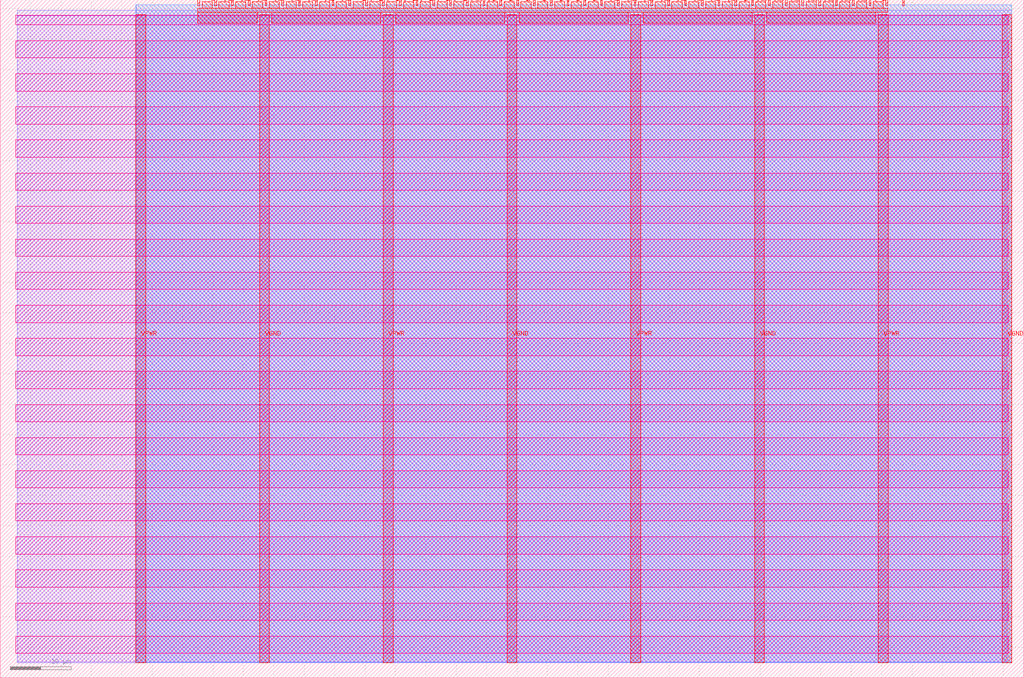
<source format=lef>
VERSION 5.7 ;
  NOWIREEXTENSIONATPIN ON ;
  DIVIDERCHAR "/" ;
  BUSBITCHARS "[]" ;
MACRO tt_um_wokwi_380408823952452609_dup
  CLASS BLOCK ;
  FOREIGN tt_um_wokwi_380408823952452609_dup ;
  ORIGIN 0.000 0.000 ;
  SIZE 168.360 BY 111.520 ;
  PIN VGND
    DIRECTION INOUT ;
    USE GROUND ;
    PORT
      LAYER met4 ;
        RECT 42.670 2.480 44.270 109.040 ;
    END
    PORT
      LAYER met4 ;
        RECT 83.380 2.480 84.980 109.040 ;
    END
    PORT
      LAYER met4 ;
        RECT 124.090 2.480 125.690 109.040 ;
    END
    PORT
      LAYER met4 ;
        RECT 164.800 2.480 166.400 109.040 ;
    END
  END VGND
  PIN VPWR
    DIRECTION INOUT ;
    USE POWER ;
    PORT
      LAYER met4 ;
        RECT 22.315 2.480 23.915 109.040 ;
    END
    PORT
      LAYER met4 ;
        RECT 63.025 2.480 64.625 109.040 ;
    END
    PORT
      LAYER met4 ;
        RECT 103.735 2.480 105.335 109.040 ;
    END
    PORT
      LAYER met4 ;
        RECT 144.445 2.480 146.045 109.040 ;
    END
  END VPWR
  PIN clk
    DIRECTION INPUT ;
    USE SIGNAL ;
    ANTENNAGATEAREA 0.159000 ;
    PORT
      LAYER met4 ;
        RECT 145.670 110.520 145.970 111.520 ;
    END
  END clk
  PIN ena
    DIRECTION INPUT ;
    USE SIGNAL ;
    PORT
      LAYER met4 ;
        RECT 148.430 110.520 148.730 111.520 ;
    END
  END ena
  PIN rst_n
    DIRECTION INPUT ;
    USE SIGNAL ;
    ANTENNAGATEAREA 0.196500 ;
    PORT
      LAYER met4 ;
        RECT 142.910 110.520 143.210 111.520 ;
    END
  END rst_n
  PIN ui_in[0]
    DIRECTION INPUT ;
    USE SIGNAL ;
    ANTENNAGATEAREA 0.213000 ;
    PORT
      LAYER met4 ;
        RECT 140.150 110.520 140.450 111.520 ;
    END
  END ui_in[0]
  PIN ui_in[1]
    DIRECTION INPUT ;
    USE SIGNAL ;
    ANTENNAGATEAREA 0.196500 ;
    PORT
      LAYER met4 ;
        RECT 137.390 110.520 137.690 111.520 ;
    END
  END ui_in[1]
  PIN ui_in[2]
    DIRECTION INPUT ;
    USE SIGNAL ;
    ANTENNAGATEAREA 0.213000 ;
    PORT
      LAYER met4 ;
        RECT 134.630 110.520 134.930 111.520 ;
    END
  END ui_in[2]
  PIN ui_in[3]
    DIRECTION INPUT ;
    USE SIGNAL ;
    ANTENNAGATEAREA 0.196500 ;
    PORT
      LAYER met4 ;
        RECT 131.870 110.520 132.170 111.520 ;
    END
  END ui_in[3]
  PIN ui_in[4]
    DIRECTION INPUT ;
    USE SIGNAL ;
    ANTENNAGATEAREA 0.196500 ;
    PORT
      LAYER met4 ;
        RECT 129.110 110.520 129.410 111.520 ;
    END
  END ui_in[4]
  PIN ui_in[5]
    DIRECTION INPUT ;
    USE SIGNAL ;
    PORT
      LAYER met4 ;
        RECT 126.350 110.520 126.650 111.520 ;
    END
  END ui_in[5]
  PIN ui_in[6]
    DIRECTION INPUT ;
    USE SIGNAL ;
    PORT
      LAYER met4 ;
        RECT 123.590 110.520 123.890 111.520 ;
    END
  END ui_in[6]
  PIN ui_in[7]
    DIRECTION INPUT ;
    USE SIGNAL ;
    PORT
      LAYER met4 ;
        RECT 120.830 110.520 121.130 111.520 ;
    END
  END ui_in[7]
  PIN uio_in[0]
    DIRECTION INPUT ;
    USE SIGNAL ;
    PORT
      LAYER met4 ;
        RECT 118.070 110.520 118.370 111.520 ;
    END
  END uio_in[0]
  PIN uio_in[1]
    DIRECTION INPUT ;
    USE SIGNAL ;
    PORT
      LAYER met4 ;
        RECT 115.310 110.520 115.610 111.520 ;
    END
  END uio_in[1]
  PIN uio_in[2]
    DIRECTION INPUT ;
    USE SIGNAL ;
    PORT
      LAYER met4 ;
        RECT 112.550 110.520 112.850 111.520 ;
    END
  END uio_in[2]
  PIN uio_in[3]
    DIRECTION INPUT ;
    USE SIGNAL ;
    PORT
      LAYER met4 ;
        RECT 109.790 110.520 110.090 111.520 ;
    END
  END uio_in[3]
  PIN uio_in[4]
    DIRECTION INPUT ;
    USE SIGNAL ;
    PORT
      LAYER met4 ;
        RECT 107.030 110.520 107.330 111.520 ;
    END
  END uio_in[4]
  PIN uio_in[5]
    DIRECTION INPUT ;
    USE SIGNAL ;
    PORT
      LAYER met4 ;
        RECT 104.270 110.520 104.570 111.520 ;
    END
  END uio_in[5]
  PIN uio_in[6]
    DIRECTION INPUT ;
    USE SIGNAL ;
    PORT
      LAYER met4 ;
        RECT 101.510 110.520 101.810 111.520 ;
    END
  END uio_in[6]
  PIN uio_in[7]
    DIRECTION INPUT ;
    USE SIGNAL ;
    PORT
      LAYER met4 ;
        RECT 98.750 110.520 99.050 111.520 ;
    END
  END uio_in[7]
  PIN uio_oe[0]
    DIRECTION OUTPUT TRISTATE ;
    USE SIGNAL ;
    PORT
      LAYER met4 ;
        RECT 51.830 110.520 52.130 111.520 ;
    END
  END uio_oe[0]
  PIN uio_oe[1]
    DIRECTION OUTPUT TRISTATE ;
    USE SIGNAL ;
    PORT
      LAYER met4 ;
        RECT 49.070 110.520 49.370 111.520 ;
    END
  END uio_oe[1]
  PIN uio_oe[2]
    DIRECTION OUTPUT TRISTATE ;
    USE SIGNAL ;
    PORT
      LAYER met4 ;
        RECT 46.310 110.520 46.610 111.520 ;
    END
  END uio_oe[2]
  PIN uio_oe[3]
    DIRECTION OUTPUT TRISTATE ;
    USE SIGNAL ;
    PORT
      LAYER met4 ;
        RECT 43.550 110.520 43.850 111.520 ;
    END
  END uio_oe[3]
  PIN uio_oe[4]
    DIRECTION OUTPUT TRISTATE ;
    USE SIGNAL ;
    PORT
      LAYER met4 ;
        RECT 40.790 110.520 41.090 111.520 ;
    END
  END uio_oe[4]
  PIN uio_oe[5]
    DIRECTION OUTPUT TRISTATE ;
    USE SIGNAL ;
    PORT
      LAYER met4 ;
        RECT 38.030 110.520 38.330 111.520 ;
    END
  END uio_oe[5]
  PIN uio_oe[6]
    DIRECTION OUTPUT TRISTATE ;
    USE SIGNAL ;
    PORT
      LAYER met4 ;
        RECT 35.270 110.520 35.570 111.520 ;
    END
  END uio_oe[6]
  PIN uio_oe[7]
    DIRECTION OUTPUT TRISTATE ;
    USE SIGNAL ;
    PORT
      LAYER met4 ;
        RECT 32.510 110.520 32.810 111.520 ;
    END
  END uio_oe[7]
  PIN uio_out[0]
    DIRECTION OUTPUT TRISTATE ;
    USE SIGNAL ;
    PORT
      LAYER met4 ;
        RECT 73.910 110.520 74.210 111.520 ;
    END
  END uio_out[0]
  PIN uio_out[1]
    DIRECTION OUTPUT TRISTATE ;
    USE SIGNAL ;
    PORT
      LAYER met4 ;
        RECT 71.150 110.520 71.450 111.520 ;
    END
  END uio_out[1]
  PIN uio_out[2]
    DIRECTION OUTPUT TRISTATE ;
    USE SIGNAL ;
    PORT
      LAYER met4 ;
        RECT 68.390 110.520 68.690 111.520 ;
    END
  END uio_out[2]
  PIN uio_out[3]
    DIRECTION OUTPUT TRISTATE ;
    USE SIGNAL ;
    PORT
      LAYER met4 ;
        RECT 65.630 110.520 65.930 111.520 ;
    END
  END uio_out[3]
  PIN uio_out[4]
    DIRECTION OUTPUT TRISTATE ;
    USE SIGNAL ;
    PORT
      LAYER met4 ;
        RECT 62.870 110.520 63.170 111.520 ;
    END
  END uio_out[4]
  PIN uio_out[5]
    DIRECTION OUTPUT TRISTATE ;
    USE SIGNAL ;
    PORT
      LAYER met4 ;
        RECT 60.110 110.520 60.410 111.520 ;
    END
  END uio_out[5]
  PIN uio_out[6]
    DIRECTION OUTPUT TRISTATE ;
    USE SIGNAL ;
    PORT
      LAYER met4 ;
        RECT 57.350 110.520 57.650 111.520 ;
    END
  END uio_out[6]
  PIN uio_out[7]
    DIRECTION OUTPUT TRISTATE ;
    USE SIGNAL ;
    PORT
      LAYER met4 ;
        RECT 54.590 110.520 54.890 111.520 ;
    END
  END uio_out[7]
  PIN uo_out[0]
    DIRECTION OUTPUT TRISTATE ;
    USE SIGNAL ;
    ANTENNADIFFAREA 0.795200 ;
    PORT
      LAYER met4 ;
        RECT 95.990 110.520 96.290 111.520 ;
    END
  END uo_out[0]
  PIN uo_out[1]
    DIRECTION OUTPUT TRISTATE ;
    USE SIGNAL ;
    ANTENNADIFFAREA 0.445500 ;
    PORT
      LAYER met4 ;
        RECT 93.230 110.520 93.530 111.520 ;
    END
  END uo_out[1]
  PIN uo_out[2]
    DIRECTION OUTPUT TRISTATE ;
    USE SIGNAL ;
    ANTENNADIFFAREA 0.445500 ;
    PORT
      LAYER met4 ;
        RECT 90.470 110.520 90.770 111.520 ;
    END
  END uo_out[2]
  PIN uo_out[3]
    DIRECTION OUTPUT TRISTATE ;
    USE SIGNAL ;
    ANTENNADIFFAREA 0.445500 ;
    PORT
      LAYER met4 ;
        RECT 87.710 110.520 88.010 111.520 ;
    END
  END uo_out[3]
  PIN uo_out[4]
    DIRECTION OUTPUT TRISTATE ;
    USE SIGNAL ;
    ANTENNADIFFAREA 0.445500 ;
    PORT
      LAYER met4 ;
        RECT 84.950 110.520 85.250 111.520 ;
    END
  END uo_out[4]
  PIN uo_out[5]
    DIRECTION OUTPUT TRISTATE ;
    USE SIGNAL ;
    ANTENNADIFFAREA 0.445500 ;
    PORT
      LAYER met4 ;
        RECT 82.190 110.520 82.490 111.520 ;
    END
  END uo_out[5]
  PIN uo_out[6]
    DIRECTION OUTPUT TRISTATE ;
    USE SIGNAL ;
    ANTENNADIFFAREA 0.795200 ;
    PORT
      LAYER met4 ;
        RECT 79.430 110.520 79.730 111.520 ;
    END
  END uo_out[6]
  PIN uo_out[7]
    DIRECTION OUTPUT TRISTATE ;
    USE SIGNAL ;
    ANTENNADIFFAREA 0.445500 ;
    PORT
      LAYER met4 ;
        RECT 76.670 110.520 76.970 111.520 ;
    END
  END uo_out[7]
  OBS
      LAYER nwell ;
        RECT 2.570 107.385 165.790 108.990 ;
        RECT 2.570 101.945 165.790 104.775 ;
        RECT 2.570 96.505 165.790 99.335 ;
        RECT 2.570 91.065 165.790 93.895 ;
        RECT 2.570 85.625 165.790 88.455 ;
        RECT 2.570 80.185 165.790 83.015 ;
        RECT 2.570 74.745 165.790 77.575 ;
        RECT 2.570 69.305 165.790 72.135 ;
        RECT 2.570 63.865 165.790 66.695 ;
        RECT 2.570 58.425 165.790 61.255 ;
        RECT 2.570 52.985 165.790 55.815 ;
        RECT 2.570 47.545 165.790 50.375 ;
        RECT 2.570 42.105 165.790 44.935 ;
        RECT 2.570 36.665 165.790 39.495 ;
        RECT 2.570 31.225 165.790 34.055 ;
        RECT 2.570 25.785 165.790 28.615 ;
        RECT 2.570 20.345 165.790 23.175 ;
        RECT 2.570 14.905 165.790 17.735 ;
        RECT 2.570 9.465 165.790 12.295 ;
        RECT 2.570 4.025 165.790 6.855 ;
      LAYER li1 ;
        RECT 2.760 2.635 165.600 108.885 ;
      LAYER met1 ;
        RECT 2.760 2.480 166.400 109.780 ;
      LAYER met2 ;
        RECT 22.345 2.535 166.370 110.685 ;
      LAYER met3 ;
        RECT 22.325 2.555 166.390 110.665 ;
      LAYER met4 ;
        RECT 33.210 110.120 34.870 111.170 ;
        RECT 35.970 110.120 37.630 111.170 ;
        RECT 38.730 110.120 40.390 111.170 ;
        RECT 41.490 110.120 43.150 111.170 ;
        RECT 44.250 110.120 45.910 111.170 ;
        RECT 47.010 110.120 48.670 111.170 ;
        RECT 49.770 110.120 51.430 111.170 ;
        RECT 52.530 110.120 54.190 111.170 ;
        RECT 55.290 110.120 56.950 111.170 ;
        RECT 58.050 110.120 59.710 111.170 ;
        RECT 60.810 110.120 62.470 111.170 ;
        RECT 63.570 110.120 65.230 111.170 ;
        RECT 66.330 110.120 67.990 111.170 ;
        RECT 69.090 110.120 70.750 111.170 ;
        RECT 71.850 110.120 73.510 111.170 ;
        RECT 74.610 110.120 76.270 111.170 ;
        RECT 77.370 110.120 79.030 111.170 ;
        RECT 80.130 110.120 81.790 111.170 ;
        RECT 82.890 110.120 84.550 111.170 ;
        RECT 85.650 110.120 87.310 111.170 ;
        RECT 88.410 110.120 90.070 111.170 ;
        RECT 91.170 110.120 92.830 111.170 ;
        RECT 93.930 110.120 95.590 111.170 ;
        RECT 96.690 110.120 98.350 111.170 ;
        RECT 99.450 110.120 101.110 111.170 ;
        RECT 102.210 110.120 103.870 111.170 ;
        RECT 104.970 110.120 106.630 111.170 ;
        RECT 107.730 110.120 109.390 111.170 ;
        RECT 110.490 110.120 112.150 111.170 ;
        RECT 113.250 110.120 114.910 111.170 ;
        RECT 116.010 110.120 117.670 111.170 ;
        RECT 118.770 110.120 120.430 111.170 ;
        RECT 121.530 110.120 123.190 111.170 ;
        RECT 124.290 110.120 125.950 111.170 ;
        RECT 127.050 110.120 128.710 111.170 ;
        RECT 129.810 110.120 131.470 111.170 ;
        RECT 132.570 110.120 134.230 111.170 ;
        RECT 135.330 110.120 136.990 111.170 ;
        RECT 138.090 110.120 139.750 111.170 ;
        RECT 140.850 110.120 142.510 111.170 ;
        RECT 143.610 110.120 145.270 111.170 ;
        RECT 32.495 109.440 145.970 110.120 ;
        RECT 32.495 107.615 42.270 109.440 ;
        RECT 44.670 107.615 62.625 109.440 ;
        RECT 65.025 107.615 82.980 109.440 ;
        RECT 85.380 107.615 103.335 109.440 ;
        RECT 105.735 107.615 123.690 109.440 ;
        RECT 126.090 107.615 144.045 109.440 ;
  END
END tt_um_wokwi_380408823952452609_dup
END LIBRARY


</source>
